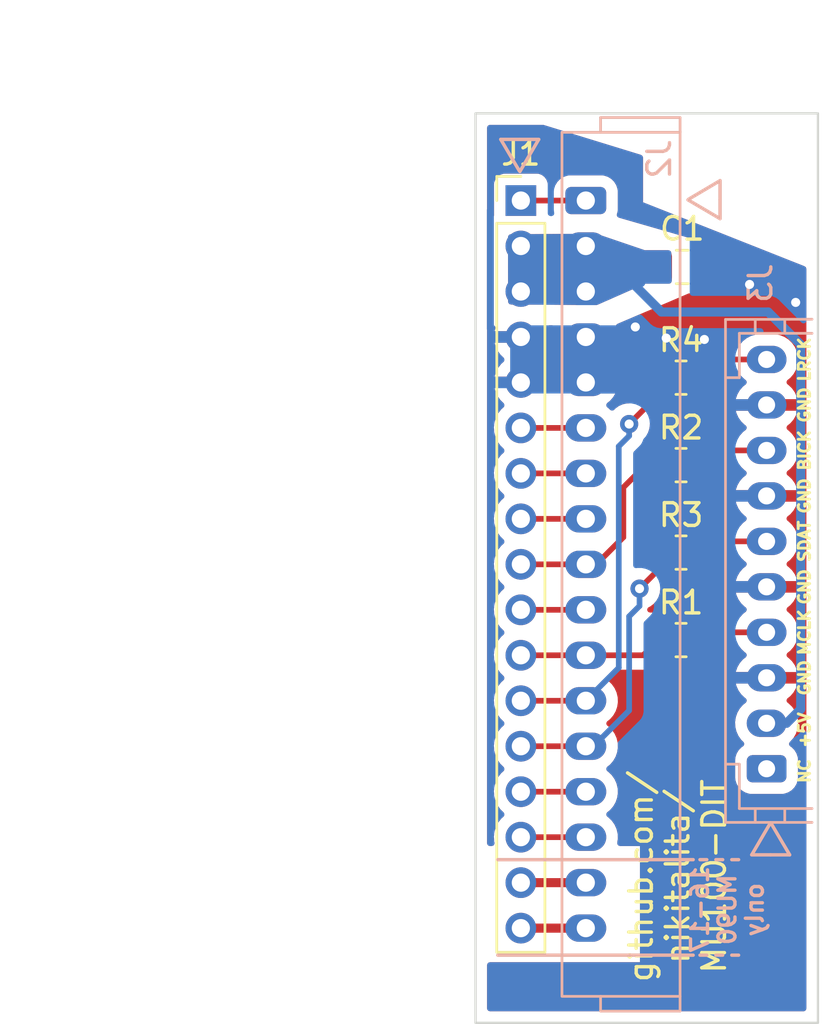
<source format=kicad_pcb>
(kicad_pcb (version 20211014) (generator pcbnew)
  (layers (0 "F.Cu" signal) (31 "B.Cu" signal) (34 "B.Paste" user) (35 "F.Paste" user) (36 "B.SilkS" user "B.Silkscreen") (37 "F.SilkS" user "F.Silkscreen") (38 "B.Mask" user) (39 "F.Mask" user) (44 "Edge.Cuts" user))
  (net 0 "")
  (net 1 "+5V")
  (net 2 "GND")
  (net 3 "/RER")
  (net 4 "Net-(J1-Pad6)")
  (net 5 "/MEL00")
  (net 6 "/SYOD")
  (net 7 "/QCLK")
  (net 8 "Net-(J1-Pad10)")
  (net 9 "/CK256")
  (net 10 "/WCLK")
  (net 11 "/DACOL")
  (net 12 "/REA")
  (net 13 "/REB")
  (net 14 "GNDA")
  (net 15 "+9VA")
  (net 16 "/MCLK")
  (net 17 "/SDAT")
  (net 18 "/BICK")
  (net 19 "/LRCK")
  (footprint "Resistor_SMD:R_0805_2012Metric_Pad1.20x1.40mm_HandSolder" (layer "F.Cu") (at 87.0424 68.572)
    (fp_text reference "R1" (at 0 -1.65) (layer "F.SilkS"))
    (fp_text value "47")
    (fp_line (start -0.227064 0.735) (end 0.227064 0.735) (layer "F.SilkS") (width 0.12))
    (fp_line (start -0.227064 -0.735) (end 0.227064 -0.735) (layer "F.SilkS") (width 0.12))
    (pad "1" smd roundrect (at -1 0) (size 1.2 1.4) (layers "F.Cu" "F.Paste" "F.Mask") (roundrect_rratio 0.2083333333) (net 9 "/CK256"))
    (pad "2" smd roundrect (at 1 0) (size 1.2 1.4) (layers "F.Cu" "F.Paste" "F.Mask") (roundrect_rratio 0.2083333333) (net 16 "/MCLK"))
  )
  (footprint "Connector_PinHeader_2.00mm:PinHeader_1x17_P2.00mm_Vertical" (layer "F.Cu") (at 79.9884 49.242)
    (fp_text reference "J1" (at 0 -2.06) (layer "F.SilkS"))
    (fp_text value "Conn_01x17_Male")
    (fp_line (start 1.06 1) (end 1.06 33.06) (layer "F.SilkS") (width 0.12))
    (fp_line (start -1.06 0) (end -1.06 -1.06) (layer "F.SilkS") (width 0.12))
    (fp_line (start -1.06 1) (end -1.06 33.06) (layer "F.SilkS") (width 0.12))
    (fp_line (start -1.06 33.06) (end 1.06 33.06) (layer "F.SilkS") (width 0.12))
    (fp_line (start -1.06 -1.06) (end 0 -1.06) (layer "F.SilkS") (width 0.12))
    (fp_line (start -1.06 1) (end 1.06 1) (layer "F.SilkS") (width 0.12))
    (pad "1" thru_hole rect (at 0 0) (size 1.35 1.35) (drill 0.8) (layers *.Cu *.Mask) (net 3 "/RER"))
    (pad "2" thru_hole oval (at 0 2) (size 1.35 1.35) (drill 0.8) (layers *.Cu *.Mask) (net 1 "+5V"))
    (pad "3" thru_hole oval (at 0 4) (size 1.35 1.35) (drill 0.8) (layers *.Cu *.Mask) (net 1 "+5V"))
    (pad "4" thru_hole oval (at 0 6) (size 1.35 1.35) (drill 0.8) (layers *.Cu *.Mask) (net 2 "GND"))
    (pad "5" thru_hole oval (at 0 8) (size 1.35 1.35) (drill 0.8) (layers *.Cu *.Mask) (net 2 "GND"))
    (pad "6" thru_hole oval (at 0 10) (size 1.35 1.35) (drill 0.8) (layers *.Cu *.Mask) (net 4 "Net-(J1-Pad6)"))
    (pad "7" thru_hole oval (at 0 12) (size 1.35 1.35) (drill 0.8) (layers *.Cu *.Mask) (net 5 "/MEL00"))
    (pad "8" thru_hole oval (at 0 14) (size 1.35 1.35) (drill 0.8) (layers *.Cu *.Mask) (net 6 "/SYOD"))
    (pad "9" thru_hole oval (at 0 16) (size 1.35 1.35) (drill 0.8) (layers *.Cu *.Mask) (net 7 "/QCLK"))
    (pad "10" thru_hole oval (at 0 18) (size 1.35 1.35) (drill 0.8) (layers *.Cu *.Mask) (net 8 "Net-(J1-Pad10)"))
    (pad "11" thru_hole oval (at 0 20) (size 1.35 1.35) (drill 0.8) (layers *.Cu *.Mask) (net 9 "/CK256"))
    (pad "12" thru_hole oval (at 0 22) (size 1.35 1.35) (drill 0.8) (layers *.Cu *.Mask) (net 10 "/WCLK"))
    (pad "13" thru_hole oval (at 0 24) (size 1.35 1.35) (drill 0.8) (layers *.Cu *.Mask) (net 11 "/DACOL"))
    (pad "14" thru_hole oval (at 0 26) (size 1.35 1.35) (drill 0.8) (layers *.Cu *.Mask) (net 12 "/REA"))
    (pad "15" thru_hole oval (at 0 28) (size 1.35 1.35) (drill 0.8) (layers *.Cu *.Mask) (net 13 "/REB"))
    (pad "16" thru_hole oval (at 0 30) (size 1.35 1.35) (drill 0.8) (layers *.Cu *.Mask) (net 14 "GNDA"))
    (pad "17" thru_hole oval (at 0 32) (size 1.35 1.35) (drill 0.8) (layers *.Cu *.Mask) (net 15 "+9VA"))
  )
  (footprint "Resistor_SMD:R_0805_2012Metric_Pad1.20x1.40mm_HandSolder" (layer "F.Cu") (at 87.0424 64.725332)
    (fp_text reference "R3" (at 0 -1.65) (layer "F.SilkS"))
    (fp_text value "47")
    (fp_line (start -0.227064 0.735) (end 0.227064 0.735) (layer "F.SilkS") (width 0.12))
    (fp_line (start -0.227064 -0.735) (end 0.227064 -0.735) (layer "F.SilkS") (width 0.12))
    (pad "1" smd roundrect (at -1 0) (size 1.2 1.4) (layers "F.Cu" "F.Paste" "F.Mask") (roundrect_rratio 0.2083333333) (net 11 "/DACOL"))
    (pad "2" smd roundrect (at 1 0) (size 1.2 1.4) (layers "F.Cu" "F.Paste" "F.Mask") (roundrect_rratio 0.2083333333) (net 17 "/SDAT"))
  )
  (footprint "Capacitor_SMD:C_0805_2012Metric_Pad1.18x1.45mm_HandSolder" (layer "F.Cu") (at 87.0924 52.1628)
    (fp_text reference "C1" (at 0 -1.68) (layer "F.SilkS"))
    (fp_text value "0.1u/35V")
    (fp_line (start -0.261252 -0.735) (end 0.261252 -0.735) (layer "F.SilkS") (width 0.12))
    (fp_line (start -0.261252 0.735) (end 0.261252 0.735) (layer "F.SilkS") (width 0.12))
    (pad "1" smd roundrect (at -1.0375 0) (size 1.175 1.45) (layers "F.Cu" "F.Paste" "F.Mask") (roundrect_rratio 0.2127659574) (net 1 "+5V"))
    (pad "2" smd roundrect (at 1.0375 0) (size 1.175 1.45) (layers "F.Cu" "F.Paste" "F.Mask") (roundrect_rratio 0.2127659574) (net 2 "GND"))
  )
  (footprint "Resistor_SMD:R_0805_2012Metric_Pad1.20x1.40mm_HandSolder" (layer "F.Cu") (at 87.0424 60.878666)
    (fp_text reference "R2" (at 0 -1.65) (layer "F.SilkS"))
    (fp_text value "47")
    (fp_line (start -0.227064 -0.735) (end 0.227064 -0.735) (layer "F.SilkS") (width 0.12))
    (fp_line (start -0.227064 0.735) (end 0.227064 0.735) (layer "F.SilkS") (width 0.12))
    (pad "1" smd roundrect (at -1 0) (size 1.2 1.4) (layers "F.Cu" "F.Paste" "F.Mask") (roundrect_rratio 0.2083333333) (net 7 "/QCLK"))
    (pad "2" smd roundrect (at 1 0) (size 1.2 1.4) (layers "F.Cu" "F.Paste" "F.Mask") (roundrect_rratio 0.2083333333) (net 18 "/BICK"))
  )
  (footprint "Resistor_SMD:R_0805_2012Metric_Pad1.20x1.40mm_HandSolder" (layer "F.Cu") (at 87.0424 57.032)
    (fp_text reference "R4" (at 0 -1.65) (layer "F.SilkS"))
    (fp_text value "47")
    (fp_line (start -0.227064 -0.735) (end 0.227064 -0.735) (layer "F.SilkS") (width 0.12))
    (fp_line (start -0.227064 0.735) (end 0.227064 0.735) (layer "F.SilkS") (width 0.12))
    (pad "1" smd roundrect (at -1 0) (size 1.2 1.4) (layers "F.Cu" "F.Paste" "F.Mask") (roundrect_rratio 0.2083333333) (net 10 "/WCLK"))
    (pad "2" smd roundrect (at 1 0) (size 1.2 1.4) (layers "F.Cu" "F.Paste" "F.Mask") (roundrect_rratio 0.2083333333) (net 19 "/LRCK"))
  )
  (footprint "Connector_JST:JST_PH_B10B-PH-K_1x10_P2.00mm_Vertical" (layer "B.Cu") (at 90.8084 74.232 90)
    (fp_text reference "J3" (at 21.358 -0.27 270) (layer "B.SilkS") (effects (justify mirror)))
    (fp_text value "JST-PH_01x10_Socket")
    (fp_line (start 17.2 -1.81) (end 17.2 -1.2) (layer "B.SilkS") (width 0.12))
    (fp_line (start -1.75 -1.2) (end 0.2 -1.2) (layer "B.SilkS") (width 0.12))
    (fp_line (start 0.2 -1.2) (end 0.2 -1.81) (layer "B.SilkS") (width 0.12))
    (fp_line (start 19.76 -1.81) (end 19.77 2) (layer "B.SilkS") (width 0.12))
    (fp_line (start 17.2 -1.2) (end 19.15 -1.2) (layer "B.SilkS") (width 0.12))
    (fp_line (start -2.36 -0.5) (end -1.75 -0.5) (layer "B.SilkS") (width 0.12))
    (fp_line (start -2.36 0.8) (end -1.75 0.8) (layer "B.SilkS") (width 0.12))
    (fp_line (start -1.75 2) (end -1.75 -1.2) (layer "B.SilkS") (width 0.12))
    (fp_line (start 19.76 -0.5) (end 19.15 -0.5) (layer "B.SilkS") (width 0.12))
    (fp_line (start -2.36 -1.81) (end 19.76 -1.81) (layer "B.SilkS") (width 0.12))
    (fp_line (start 19.15 -1.2) (end 19.15 2) (layer "B.SilkS") (width 0.12))
    (fp_line (start 19.76 0.8) (end 19.15 0.8) (layer "B.SilkS") (width 0.12))
    (fp_line (start -2.36 2) (end -2.36 -1.81) (layer "B.SilkS") (width 0.12))
    (pad "1" thru_hole roundrect (at 0 0 90) (size 1.2 1.75) (drill 0.75) (layers *.Cu *.Mask) (roundrect_rratio 0.2083333333))
    (pad "2" thru_hole oval (at 2 0 90) (size 1.2 1.75) (drill 0.75) (layers *.Cu *.Mask) (net 1 "+5V"))
    (pad "3" thru_hole oval (at 4 0 90) (size 1.2 1.75) (drill 0.75) (layers *.Cu *.Mask) (net 2 "GND"))
    (pad "4" thru_hole oval (at 6 0 90) (size 1.2 1.75) (drill 0.75) (layers *.Cu *.Mask) (net 16 "/MCLK"))
    (pad "5" thru_hole oval (at 8 0 90) (size 1.2 1.75) (drill 0.75) (layers *.Cu *.Mask) (net 2 "GND"))
    (pad "6" thru_hole oval (at 10 0 90) (size 1.2 1.75) (drill 0.75) (layers *.Cu *.Mask) (net 17 "/SDAT"))
    (pad "7" thru_hole oval (at 12 0 90) (size 1.2 1.75) (drill 0.75) (layers *.Cu *.Mask) (net 2 "GND"))
    (pad "8" thru_hole oval (at 14 0 90) (size 1.2 1.75) (drill 0.75) (layers *.Cu *.Mask) (net 18 "/BICK"))
    (pad "9" thru_hole oval (at 16 0 90) (size 1.2 1.75) (drill 0.75) (layers *.Cu *.Mask) (net 2 "GND"))
    (pad "10" thru_hole oval (at 18 0 90) (size 1.2 1.75) (drill 0.75) (layers *.Cu *.Mask) (net 19 "/LRCK"))
  )
  (footprint "footprints:Molex_Wire-Trap_52147-1710_1x17_P2.00mm_Vertical" (layer "B.Cu") (at 82.8484 49.242 -90)
    (fp_text reference "J2" (at -1.83 -3.23 90) (layer "B.SilkS") (effects (justify mirror)))
    (fp_text value "51247 Molex")
    (fp_line (start 35.65 -0.65) (end 35 -0.65) (layer "B.SilkS") (width 0.12))
    (fp_line (start 35.65 -4.15) (end 35 -4.15) (layer "B.SilkS") (width 0.12))
    (fp_line (start -3.65 -4.15) (end -3.65 -0.65) (layer "B.SilkS") (width 0.12))
    (fp_line (start 35.65 -4.15) (end 35.65 -0.65) (layer "B.SilkS") (width 0.12))
    (fp_line (start -3 -4.15) (end -3.65 -4.15) (layer "B.SilkS") (width 0.12))
    (fp_line (start -3.65 -0.65) (end -3 -0.65) (layer "B.SilkS") (width 0.12))
    (fp_rect (start -3 -4.15) (end 35 1.05) (layer "B.SilkS") (width 0.12) (fill none))
    (pad "1" thru_hole roundrect (at 0 0 270) (size 1.2 1.8) (drill 0.8) (layers *.Cu *.Mask) (roundrect_rratio 0.2083333333) (net 3 "/RER"))
    (pad "2" thru_hole oval (at 2 0 270) (size 1.2 1.8) (drill 0.8) (layers *.Cu *.Mask) (net 1 "+5V"))
    (pad "3" thru_hole oval (at 4 0 270) (size 1.2 1.8) (drill 0.8) (layers *.Cu *.Mask) (net 1 "+5V"))
    (pad "4" thru_hole oval (at 6 0 270) (size 1.2 1.8) (drill 0.8) (layers *.Cu *.Mask) (net 2 "GND"))
    (pad "5" thru_hole oval (at 8 0 270) (size 1.2 1.8) (drill 0.8) (layers *.Cu *.Mask) (net 2 "GND"))
    (pad "6" thru_hole oval (at 10 0 270) (size 1.2 1.8) (drill 0.8) (layers *.Cu *.Mask) (net 4 "Net-(J1-Pad6)"))
    (pad "7" thru_hole oval (at 12 0 270) (size 1.2 1.8) (drill 0.8) (layers *.Cu *.Mask) (net 5 "/MEL00"))
    (pad "8" thru_hole oval (at 14 0 270) (size 1.2 1.8) (drill 0.8) (layers *.Cu *.Mask) (net 6 "/SYOD"))
    (pad "9" thru_hole oval (at 16 0 270) (size 1.2 1.8) (drill 0.8) (layers *.Cu *.Mask) (net 7 "/QCLK"))
    (pad "10" thru_hole oval (at 18 0 270) (size 1.2 1.8) (drill 0.8) (layers *.Cu *.Mask) (net 8 "Net-(J1-Pad10)"))
    (pad "11" thru_hole oval (at 20 0 270) (size 1.2 1.8) (drill 0.8) (layers *.Cu *.Mask) (net 9 "/CK256"))
    (pad "12" thru_hole oval (at 22 0 270) (size 1.2 1.8) (drill 0.8) (layers *.Cu *.Mask) (net 10 "/WCLK"))
    (pad "13" thru_hole oval (at 24 0 270) (size 1.2 1.8) (drill 0.8) (layers *.Cu *.Mask) (net 11 "/DACOL"))
    (pad "14" thru_hole oval (at 26 0 270) (size 1.2 1.8) (drill 0.8) (layers *.Cu *.Mask) (net 12 "/REA"))
    (pad "15" thru_hole oval (at 28 0 270) (size 1.2 1.8) (drill 0.8) (layers *.Cu *.Mask) (net 13 "/REB"))
    (pad "16" thru_hole oval (at 30 0 270) (size 1.2 1.8) (drill 0.8) (layers *.Cu *.Mask) (net 14 "GNDA"))
    (pad "17" thru_hole oval (at 32 0 270) (size 1.2 1.8) (drill 0.8) (layers *.Cu *.Mask) (net 15 "+9VA"))
  )
  (gr_line (start 79.9334 46.552) (end 79.1034 46.552) (layer "B.SilkS") (width 0.15))
  (gr_line (start 79.9484 47.962) (end 80.7684 46.562) (layer "B.SilkS") (width 0.15))
  (gr_line (start 80.7784 46.552) (end 79.9484 46.552) (layer "B.SilkS") (width 0.15))
  (gr_line (start 88.1754 82.4308) (end 87.8754 82.4308) (layer "B.SilkS") (width 0.15))
  (gr_line (start 87.5754 78.2308) (end 78.9754 78.2308) (layer "B.SilkS") (width 0.15))
  (gr_line (start 90.9944 78.0188) (end 91.8244 78.0188) (layer "B.SilkS") (width 0.15))
  (gr_line (start 90.9794 76.6088) (end 90.1594 78.0088) (layer "B.SilkS") (width 0.15))
  (gr_line (start 88.8754 82.4308) (end 88.5754 82.4308) (layer "B.SilkS") (width 0.15))
  (gr_line (start 89.5754 82.4308) (end 89.2754 82.4308) (layer "B.SilkS") (width 0.15))
  (gr_line (start 87.3484 49.212) (end 88.7484 50.032) (layer "B.SilkS") (width 0.15))
  (gr_line (start 88.7584 50.042) (end 88.7584 49.212) (layer "B.SilkS") (width 0.15))
  (gr_line (start 79.1034 46.552) (end 79.9184 47.932) (layer "B.SilkS") (width 0.15))
  (gr_line (start 90.1494 78.0188) (end 90.9794 78.0188) (layer "B.SilkS") (width 0.15))
  (gr_line (start 87.5754 82.4308) (end 78.9754 82.4308) (layer "B.SilkS") (width 0.15))
  (gr_line (start 88.7584 49.197) (end 88.7584 48.367) (layer "B.SilkS") (width 0.15))
  (gr_line (start 88.7584 48.367) (end 87.3784 49.182) (layer "B.SilkS") (width 0.15))
  (gr_line (start 88.8754 78.2308) (end 88.5754 78.2308) (layer "B.SilkS") (width 0.15))
  (gr_line (start 91.8244 78.0188) (end 91.0094 76.6388) (layer "B.SilkS") (width 0.15))
  (gr_line (start 89.5754 78.2308) (end 89.2754 78.2308) (layer "B.SilkS") (width 0.15))
  (gr_line (start 88.1754 78.2308) (end 87.8754 78.2308) (layer "B.SilkS") (width 0.15))
  (gr_rect (start 77.9934 45.407) (end 93.0684 85.407) (layer "Edge.Cuts") (width 0.1) (fill none))
  (gr_text "16-17\nMU90\nonly" (at 89.0754 80.4308 90) (layer "B.SilkS") (effects (font (size 0.75 0.75)) (justify mirror)))
  (gr_text "+5V" (at 92.4754 72.5308 90) (layer "F.SilkS") (effects (font (size 0.5 0.5))))
  (gr_text "github.com/\nnikitalita/\nMU100-DIT" (at 86.8884 78.962 90) (layer "F.SilkS") (effects (font (size 1 1))))
  (gr_text "GND" (at 92.4754 70.2308 90) (layer "F.SilkS") (effects (font (size 0.5 0.5))))
  (gr_text "GND" (at 92.4754 58.2308 90) (layer "F.SilkS") (effects (font (size 0.5 0.5))))
  (gr_text "LRCK" (at 92.4754 56.2308 90) (layer "F.SilkS") (effects (font (size 0.5 0.5))))
  (gr_text "GND" (at 92.4754 62.2308 90) (layer "F.SilkS") (effects (font (size 0.5 0.5))))
  (gr_text "MCLK" (at 92.4754 68.2308 90) (layer "F.SilkS") (effects (font (size 0.5 0.5))))
  (gr_text "SDAT" (at 92.4754 64.2308 90) (layer "F.SilkS") (effects (font (size 0.5 0.5))))
  (gr_text "GND" (at 92.4754 66.2308 90) (layer "F.SilkS") (effects (font (size 0.5 0.5))))
  (gr_text "NC" (at 92.4754 74.3308 90) (layer "F.SilkS") (effects (font (size 0.5 0.5) (thickness 0.125))))
  (gr_text "BICK" (at 92.4754 60.2308 90) (layer "F.SilkS") (effects (font (size 0.5 0.5))))
  (segment (start 82.8484 53.242) (end 83.9276 52.1628) (width 0.4) (layer "F.Cu") (net 1))
  (segment (start 83.3184 52.992) (end 84.1476 52.1628) (width 0.4) (layer "F.Cu") (net 1))
  (segment (start 79.9884 51.242) (end 79.9884 53.242) (width 0.4) (layer "F.Cu") (net 1))
  (segment (start 79.9884 53.242) (end 82.8484 53.242) (width 0.4) (layer "F.Cu") (net 1))
  (segment (start 83.9276 52.1628) (end 86.0549 52.1628) (width 0.4) (layer "F.Cu") (net 1))
  (segment (start 79.9884 51.242) (end 82.8484 51.242) (width 0.4) (layer "F.Cu") (net 1))
  (segment (start 83.6578 51.242) (end 85.2644 52.8486) (width 0.4) (layer "B.Cu") (net 1))
  (segment (start 82.8484 53.242) (end 83.953 52.1374) (width 0.4) (layer "B.Cu") (net 1))
  (segment (start 82.8484 51.242) (end 83.6578 51.242) (width 0.4) (layer "B.Cu") (net 1))
  (segment (start 84.1722 52.1374) (end 86.1788 54.144) (width 0.4) (layer "B.Cu") (net 1))
  (segment (start 92.30888 55.57508) (end 92.30888 71.61052) (width 0.4) (layer "B.Cu") (net 1))
  (segment (start 90.8778 54.144) (end 92.30888 55.57508) (width 0.4) (layer "B.Cu") (net 1))
  (segment (start 83.953 52.1374) (end 84.1722 52.1374) (width 0.4) (layer "B.Cu") (net 1))
  (segment (start 91.6874 72.232) (end 90.8084 72.232) (width 0.4) (layer "B.Cu") (net 1))
  (segment (start 86.1788 54.144) (end 90.8778 54.144) (width 0.4) (layer "B.Cu") (net 1))
  (segment (start 92.30888 71.61052) (end 91.6874 72.232) (width 0.4) (layer "B.Cu") (net 1))
  (segment (start 85.2644 52.8486) (end 83.2418 52.8486) (width 0.4) (layer "B.Cu") (net 1))
  (via (at 92.0884 53.722) (size 0.8) (drill 0.4) (layers "F.Cu" "B.Cu") (net 2))
  (via (at 90.0584 52.932) (size 0.8) (drill 0.4) (layers "F.Cu" "B.Cu") (net 2))
  (via (at 85.0284 54.802) (size 0.8) (drill 0.4) (layers "F.Cu" "B.Cu") (net 2))
  (via (at 86.3884 55.292) (size 0.8) (drill 0.4) (layers "F.Cu" "B.Cu") (net 2))
  (via (at 88.0684 55.352) (size 0.8) (drill 0.4) (layers "F.Cu" "B.Cu") (net 2))
  (segment (start 79.9884 49.242) (end 82.8484 49.242) (width 0.25) (layer "F.Cu") (net 3))
  (segment (start 79.9884 59.242) (end 82.8484 59.242) (width 0.25) (layer "F.Cu") (net 4))
  (segment (start 79.9884 61.242) (end 82.8484 61.242) (width 0.25) (layer "F.Cu") (net 5))
  (segment (start 79.9884 63.242) (end 82.8484 63.242) (width 0.25) (layer "F.Cu") (net 6))
  (segment (start 85.2174 61.142) (end 86.0724 61.142) (width 0.25) (layer "F.Cu") (net 7))
  (segment (start 83.3104 65.242) (end 84.5024 64.05) (width 0.25) (layer "F.Cu") (net 7))
  (segment (start 84.5024 64.05) (end 84.5024 61.857) (width 0.25) (layer "F.Cu") (net 7))
  (segment (start 82.8484 65.242) (end 83.3104 65.242) (width 0.25) (layer "F.Cu") (net 7))
  (segment (start 84.5024 61.857) (end 85.2174 61.142) (width 0.25) (layer "F.Cu") (net 7))
  (segment (start 79.9884 65.242) (end 82.8484 65.242) (width 0.25) (layer "F.Cu") (net 7))
  (segment (start 79.9884 67.242) (end 82.8484 67.242) (width 0.25) (layer "F.Cu") (net 8))
  (segment (start 85.3724 69.242) (end 86.0424 68.572) (width 0.25) (layer "F.Cu") (net 9))
  (segment (start 79.9884 69.242) (end 82.8484 69.242) (width 0.25) (layer "F.Cu") (net 9))
  (segment (start 82.8484 69.242) (end 85.3724 69.242) (width 0.25) (layer "F.Cu") (net 9))
  (segment (start 86.0624 57.7656) (end 86.0624 57.032) (width 0.25) (layer "F.Cu") (net 10))
  (segment (start 79.9884 71.242) (end 82.8484 71.242) (width 0.25) (layer "F.Cu") (net 10))
  (segment (start 84.7564 59.0716) (end 86.0624 57.7656) (width 0.25) (layer "F.Cu") (net 10))
  (via (at 84.7564 59.0716) (size 0.8) (drill 0.4) (layers "F.Cu" "B.Cu") (net 10))
  (segment (start 84.7564 59.0716) (end 84.7564 59.594) (width 0.25) (layer "B.Cu") (net 10))
  (segment (start 84.2992 69.7912) (end 82.8484 71.242) (width 0.25) (layer "B.Cu") (net 10))
  (segment (start 84.7564 59.594) (end 84.2992 60.0512) (width 0.25) (layer "B.Cu") (net 10))
  (segment (start 84.2992 60.0512) (end 84.2992 69.7912) (width 0.25) (layer "B.Cu") (net 10))
  (segment (start 85.2136 66.3106) (end 86.1024 65.4218) (width 0.25) (layer "F.Cu") (net 11))
  (segment (start 79.9884 73.242) (end 82.8484 73.242) (width 0.25) (layer "F.Cu") (net 11))
  (segment (start 86.1024 65.4218) (end 86.1024 64.362) (width 0.25) (layer "F.Cu") (net 11))
  (via (at 85.2136 66.3106) (size 0.8) (drill 0.4) (layers "F.Cu" "B.Cu") (net 11))
  (segment (start 85.2136 67.0726) (end 84.7564 67.5298) (width 0.25) (layer "B.Cu") (net 11))
  (segment (start 85.2136 66.3106) (end 85.2136 67.0726) (width 0.25) (layer "B.Cu") (net 11))
  (segment (start 84.7564 67.5298) (end 84.7564 71.67) (width 0.25) (layer "B.Cu") (net 11))
  (segment (start 84.7564 71.67) (end 83.1844 73.242) (width 0.25) (layer "B.Cu") (net 11))
  (segment (start 83.1844 73.242) (end 82.8484 73.242) (width 0.25) (layer "B.Cu") (net 11))
  (segment (start 79.9884 75.242) (end 82.8484 75.242) (width 0.25) (layer "F.Cu") (net 12))
  (segment (start 79.9884 77.242) (end 82.8484 77.242) (width 0.25) (layer "F.Cu") (net 13))
  (segment (start 79.9884 79.242) (end 82.8484 79.242) (width 0.4) (layer "F.Cu") (net 14))
  (segment (start 79.9884 81.242) (end 82.8484 81.242) (width 0.4) (layer "F.Cu") (net 15))
  (segment (start 88.0084 68.232) (end 90.4584 68.232) (width 0.25) (layer "F.Cu") (net 16))
  (segment (start 87.8584 64.232) (end 90.4584 64.232) (width 0.25) (layer "F.Cu") (net 17))
  (segment (start 87.7284 64.362) (end 87.8584 64.232) (width 0.25) (layer "F.Cu") (net 17))
  (segment (start 88.6084 60.232) (end 90.4584 60.232) (width 0.25) (layer "F.Cu") (net 18))
  (segment (start 87.6984 61.142) (end 88.6084 60.232) (width 0.25) (layer "F.Cu") (net 18))
  (segment (start 88.0424 57.032) (end 88.8424 56.232) (width 0.25) (layer "F.Cu") (net 19))
  (segment (start 88.8424 56.232) (end 90.4584 56.232) (width 0.25) (layer "F.Cu") (net 19))
  (zone (net 0) (net_name "") (layers F&B.Cu) (connect_pads (clearance 0)) (min_thickness 0.254)
    (keepout (tracks allowed) (vias allowed) (pads allowed) (copperpour not_allowed) (footprints allowed))
    (fill (thermal_gap 0.508) (thermal_bridge_width 0.508))
    (polygon (pts (xy 82.9434 81.932) (xy 82.7934 57.727) (xy 79.5934 57.727) (xy 79.3684 81.907)))
  )
  (zone (net 2) (net_name "GND") (layers F&B.Cu) (connect_pads (clearance 0.508)) (min_thickness 0.254) (fill yes (thermal_gap 0.508) (thermal_bridge_width 0.508))
    (polygon (pts (xy 93.5702 85.4622) (xy 93.0584 52.362) (xy 85.366 49.318) (xy 85.366 47.2606) (xy 78 45) (xy 78.0508 49.9276) (xy 84.0706 49.9276) (xy 87.4234 50.8928) (xy 87.4234 53.3058) (xy 84.096 54.7282) (xy 78 54.7282) (xy 78 85.4368)))
  )
  (zone (net 0) (net_name "") (layers F&B.Cu) (connect_pads (clearance 0)) (min_thickness 0.254)
    (keepout (tracks allowed) (vias allowed) (pads allowed) (copperpour not_allowed) (footprints allowed))
    (fill (thermal_gap 0.508) (thermal_bridge_width 0.508))
    (polygon (pts (xy 85.2318 82.7414) (xy 85.2318 77.632) (xy 78.5184 77.632) (xy 78.5184 82.7414)))
  )
  (zone (net 1) (net_name "+5V") (layers F&B.Cu) (connect_pads yes (clearance 0.508)) (min_thickness 0.254) (fill yes (thermal_gap 0.508) (thermal_bridge_width 0.508))
    (polygon (pts (xy 83.334 53.8392) (xy 85.4676 52.8994) (xy 86.636 52.8994) (xy 86.6106 51.4262) (xy 85.4422 51.4262) (xy 83.308988 50.700844) (xy 79.422788 50.725155) (xy 79.4284 53.8138)))
  )
  (zone (net 2) (net_name "GND") (layers F&B.Cu) (connect_pads (clearance 0)) (min_thickness 0.254) (fill yes (thermal_gap 0.508) (thermal_bridge_width 0.508))
    (polygon (pts (xy 78.7984 54.912) (xy 78.7984 49.632) (xy 78.0204 49.632) (xy 78.0204 54.912)))
  )
  (zone (net 2) (net_name "GND") (layer "B.Cu") (connect_pads yes (clearance 0.508)) (min_thickness 0.254) (fill yes (thermal_gap 0.508) (thermal_bridge_width 0.508))
    (polygon (pts (xy 84.3184 57.732) (xy 84.3184 54.732) (xy 79.5184 54.732) (xy 79.5184 57.732)))
  )
)
</source>
